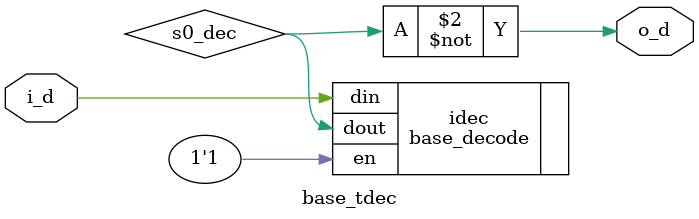
<source format=sv>
/*
 * Copyright 2017 IBM Corporation
 * Licensed to the Apache Software Foundation (ASF) under one
 * or more contributor license agreements.  See the NOTICE file
 * distributed with this work for additional information
 * regarding copyright ownership.  The ASF licenses this file
 * to you under the Apache License, Version 2.0 (the
 * "License"); you may not use this file except in compliance
 * with the License.  You may obtain a copy of the License at
 *
 *     http://www.apache.org/licenses/LICENSE-2.0
 *
 * Unless required by applicable law or agreed to in writing, software
 * distributed under the License is distributed on an "AS IS" BASIS,
 * WITHOUT WARRANTIES OR CONDITIONS OF ANY KIND, either express or implied.
 * See the License for the specific language governing permissions and
 * limitations under the License.
 *
 * Author: Andrew K Martin akmartin@us.ibm.com
 */
 
/* dencode a number into "thermometer decoded" output
   n dec  tdec 
   0 100  000
   1 010  100 
   2 001  110 
   3 000  111
   4 000  111 
  Input must be in ths format
 */
module base_tdec#(parameter dec_width=1,parameter enc_width = 1)
   (input [0:enc_width-1] i_d,
    output [0:dec_width-1] o_d
    );


   wire [0:dec_width-1]    s0_dec;
   base_decode#(.enc_width(enc_width),.dec_width(dec_width)) idec(.din(i_d),.dout(s0_dec),.en(1'b1));
   genvar 			      i;
   generate
      for(i=0; i<dec_width; i=i+1)
	begin : gen1
	   assign o_d[i] = ~ (| s0_dec[0:i]);
	   
	end
   endgenerate
endmodule // base_tenc


</source>
